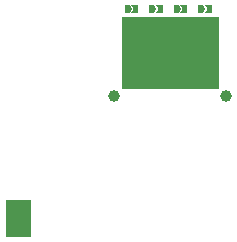
<source format=gts>
G04 #@! TF.GenerationSoftware,KiCad,Pcbnew,8.0.8*
G04 #@! TF.CreationDate,2025-01-17T19:21:09-08:00*
G04 #@! TF.ProjectId,CA-53W backlight,43412d35-3357-4206-9261-636b6c696768,rev?*
G04 #@! TF.SameCoordinates,Original*
G04 #@! TF.FileFunction,Soldermask,Top*
G04 #@! TF.FilePolarity,Negative*
%FSLAX46Y46*%
G04 Gerber Fmt 4.6, Leading zero omitted, Abs format (unit mm)*
G04 Created by KiCad (PCBNEW 8.0.8) date 2025-01-17 19:21:09*
%MOMM*%
%LPD*%
G01*
G04 APERTURE LIST*
G04 Aperture macros list*
%AMFreePoly0*
4,1,6,0.459254,0.000000,0.234254,-0.320000,-0.165746,-0.320000,-0.165746,0.320000,0.234254,0.320000,0.459254,0.000000,0.459254,0.000000,$1*%
%AMFreePoly1*
4,1,6,0.170177,-0.320000,-0.417015,-0.320000,-0.200000,0.000000,-0.417015,0.320000,0.170177,0.320000,0.170177,-0.320000,0.170177,-0.320000,$1*%
G04 Aperture macros list end*
%ADD10C,0.100000*%
%ADD11FreePoly0,0.000000*%
%ADD12FreePoly1,0.000000*%
%ADD13C,1.000000*%
G04 APERTURE END LIST*
D10*
X139651000Y-88553800D02*
X147779000Y-88553800D01*
X147779000Y-94522800D01*
X139651000Y-94522800D01*
X139651000Y-88553800D01*
G36*
X139651000Y-88553800D02*
G01*
X147779000Y-88553800D01*
X147779000Y-94522800D01*
X139651000Y-94522800D01*
X139651000Y-88553800D01*
G37*
X129872000Y-103997000D02*
X131904000Y-103997000D01*
X131904000Y-107045000D01*
X129872000Y-107045000D01*
X129872000Y-103997000D01*
G36*
X129872000Y-103997000D02*
G01*
X131904000Y-103997000D01*
X131904000Y-107045000D01*
X129872000Y-107045000D01*
X129872000Y-103997000D01*
G37*
D11*
X144210451Y-87868000D03*
D12*
X145035451Y-87868000D03*
D13*
X138952500Y-95234000D03*
D11*
X146284785Y-87868000D03*
D12*
X147109785Y-87868000D03*
D11*
X140061785Y-87868000D03*
D12*
X140886785Y-87868000D03*
D11*
X142136118Y-87868000D03*
D12*
X142961118Y-87868000D03*
D13*
X148477500Y-95234000D03*
M02*

</source>
